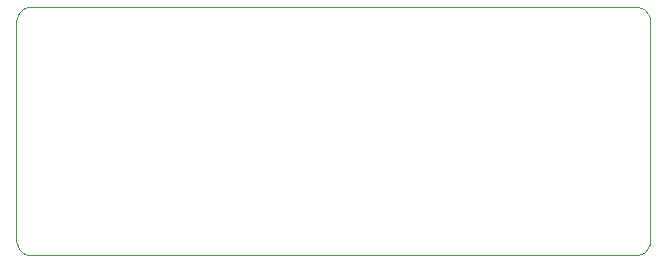
<source format=gbr>
%TF.GenerationSoftware,KiCad,Pcbnew,(6.0.7)*%
%TF.CreationDate,2022-09-05T18:40:36-05:00*%
%TF.ProjectId,Red Canary,52656420-4361-46e6-9172-792e6b696361,rev?*%
%TF.SameCoordinates,Original*%
%TF.FileFunction,Profile,NP*%
%FSLAX46Y46*%
G04 Gerber Fmt 4.6, Leading zero omitted, Abs format (unit mm)*
G04 Created by KiCad (PCBNEW (6.0.7)) date 2022-09-05 18:40:36*
%MOMM*%
%LPD*%
G01*
G04 APERTURE LIST*
%TA.AperFunction,Profile*%
%ADD10C,0.100000*%
%TD*%
G04 APERTURE END LIST*
D10*
X178808600Y-113473500D02*
X178696200Y-113681100D01*
X125808000Y-114010700D02*
X125627300Y-113861800D01*
X178879600Y-94142200D02*
X178904400Y-94389000D01*
X126492000Y-93167200D02*
X126492000Y-93167200D01*
X178696200Y-113681100D02*
X178547300Y-113861800D01*
X125365900Y-113473500D02*
X125295000Y-113243900D01*
X178696200Y-93705000D02*
X178808600Y-93912600D01*
X178366600Y-114010700D02*
X178159000Y-114123100D01*
X125478300Y-93705000D02*
X125627300Y-93524300D01*
X126492000Y-93167200D02*
X126492000Y-93167200D01*
X125270200Y-94389000D02*
X125295000Y-94142200D01*
X177929400Y-93191900D02*
X178159000Y-93262900D01*
X126245200Y-114194100D02*
X126015600Y-114123100D01*
X178904400Y-94389000D02*
X178904400Y-112997000D01*
X125295000Y-94142200D02*
X125365900Y-93912600D01*
X125627300Y-113861800D02*
X125478300Y-113681100D01*
X126015600Y-114123100D02*
X125808000Y-114010700D01*
X125365900Y-93912600D02*
X125478300Y-93705000D01*
X126015600Y-93262900D02*
X126245200Y-93191900D01*
X178159000Y-114123100D02*
X177929400Y-114194100D01*
X178366600Y-93375300D02*
X178547300Y-93524300D01*
X177682500Y-114218900D02*
X126492000Y-114218900D01*
X178808600Y-93912600D02*
X178879600Y-94142200D01*
X125627300Y-93524300D02*
X125808000Y-93375300D01*
X125270200Y-112997000D02*
X125270200Y-94389000D01*
X178159000Y-93262900D02*
X178366600Y-93375300D01*
X126492000Y-93167200D02*
X177682500Y-93167200D01*
X177682500Y-93167200D02*
X177929400Y-93191900D01*
X177929400Y-114194100D02*
X177682500Y-114218900D01*
X125808000Y-93375300D02*
X126015600Y-93262900D01*
X126492000Y-114218900D02*
X126245200Y-114194100D01*
X125478300Y-113681100D02*
X125365900Y-113473500D01*
X178904400Y-112997000D02*
X178879600Y-113243900D01*
X126245200Y-93191900D02*
X126492000Y-93167200D01*
X178547300Y-93524300D02*
X178696200Y-93705000D01*
X178879600Y-113243900D02*
X178808600Y-113473500D01*
X178547300Y-113861800D02*
X178366600Y-114010700D01*
X125295000Y-113243900D02*
X125270200Y-112997000D01*
M02*

</source>
